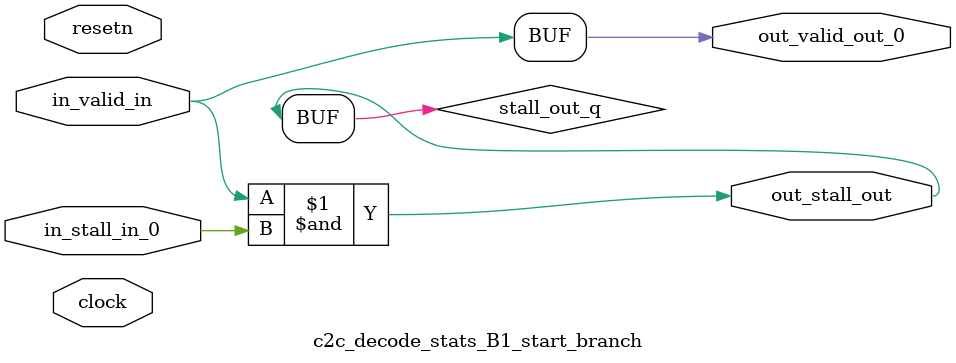
<source format=sv>



(* altera_attribute = "-name AUTO_SHIFT_REGISTER_RECOGNITION OFF; -name MESSAGE_DISABLE 10036; -name MESSAGE_DISABLE 10037; -name MESSAGE_DISABLE 14130; -name MESSAGE_DISABLE 14320; -name MESSAGE_DISABLE 15400; -name MESSAGE_DISABLE 14130; -name MESSAGE_DISABLE 10036; -name MESSAGE_DISABLE 12020; -name MESSAGE_DISABLE 12030; -name MESSAGE_DISABLE 12010; -name MESSAGE_DISABLE 12110; -name MESSAGE_DISABLE 14320; -name MESSAGE_DISABLE 13410; -name MESSAGE_DISABLE 113007; -name MESSAGE_DISABLE 10958" *)
module c2c_decode_stats_B1_start_branch (
    input wire [0:0] in_stall_in_0,
    input wire [0:0] in_valid_in,
    output wire [0:0] out_stall_out,
    output wire [0:0] out_valid_out_0,
    input wire clock,
    input wire resetn
    );

    wire [0:0] stall_out_q;


    // stall_out(LOGICAL,6)
    assign stall_out_q = in_valid_in & in_stall_in_0;

    // out_stall_out(GPOUT,4)
    assign out_stall_out = stall_out_q;

    // out_valid_out_0(GPOUT,5)
    assign out_valid_out_0 = in_valid_in;

endmodule

</source>
